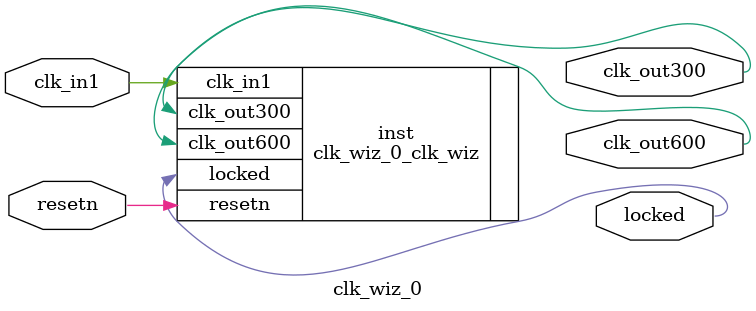
<source format=v>


`timescale 1ps/1ps

(* CORE_GENERATION_INFO = "clk_wiz_0,clk_wiz_v6_0_5_0_0,{component_name=clk_wiz_0,use_phase_alignment=false,use_min_o_jitter=false,use_max_i_jitter=false,use_dyn_phase_shift=false,use_inclk_switchover=false,use_dyn_reconfig=false,enable_axi=0,feedback_source=FDBK_AUTO,PRIMITIVE=MMCM,num_out_clk=2,clkin1_period=10.000,clkin2_period=10.000,use_power_down=false,use_reset=true,use_locked=true,use_inclk_stopped=false,feedback_type=SINGLE,CLOCK_MGR_TYPE=NA,manual_override=false}" *)

module clk_wiz_0 
 (
  // Clock out ports
  output        clk_out300,
  output        clk_out600,
  // Status and control signals
  input         resetn,
  output        locked,
 // Clock in ports
  input         clk_in1
 );

  clk_wiz_0_clk_wiz inst
  (
  // Clock out ports  
  .clk_out300(clk_out300),
  .clk_out600(clk_out600),
  // Status and control signals               
  .resetn(resetn), 
  .locked(locked),
 // Clock in ports
  .clk_in1(clk_in1)
  );

endmodule

</source>
